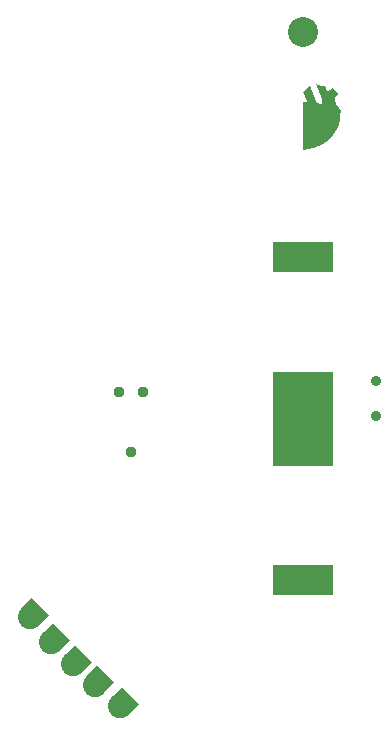
<source format=gbs>
G04 DipTrace 2.4.0.2*
%INpeace.gbs*%
%MOMM*%
%ADD48C,0.95*%
%ADD49C,0.9*%
%ADD50C,2.54*%
%ADD52C,2.05*%
%ADD57R,5.13X8.05*%
%ADD58R,5.13X2.65*%
%FSLAX53Y53*%
G04*
G71*
G90*
G75*
G01*
%LNBotMask*%
%LPD*%
D48*
X26616Y38297D3*
X25600Y43377D3*
X27632D3*
D58*
X41159Y27483D3*
Y54763D3*
D57*
Y41123D3*
D49*
X47290Y44321D3*
Y41321D3*
G36*
X25799Y18388D2*
X27248Y16938D1*
X26329Y16019D1*
X24879Y17468D1*
X25799Y18388D1*
G37*
D52*
X25622Y16761D3*
G36*
X23697Y20227D2*
X25146Y18777D1*
X24227Y17858D1*
X22778Y19308D1*
X23697Y20227D1*
G37*
D52*
X23520Y18601D3*
G36*
X22387Y19565D2*
X20938Y21015D1*
X21857Y21934D1*
X23307Y20485D1*
X22387Y19565D1*
G37*
D52*
X21680Y20308D3*
G36*
X19952Y23803D2*
X21401Y22353D1*
X20482Y21434D1*
X19033Y22884D1*
X19952Y23803D1*
G37*
D52*
X19775Y22177D3*
G36*
X18744Y23598D2*
X17295Y25047D1*
X18214Y25967D1*
X19664Y24517D1*
X18744Y23598D1*
G37*
D52*
X18037Y24340D3*
G36*
X41159Y63896D2*
X42109Y64041D1*
X42849Y64341D1*
X43319Y64721D1*
X43699Y65106D1*
X44014Y65666D1*
X44144Y65991D1*
X44244Y66471D1*
X44294Y66721D1*
X44319Y67136D1*
X44204Y67461D1*
X44014Y67651D1*
X43889Y67776D1*
X43824Y68096D1*
X43849Y68226D1*
X43924Y68476D1*
X44079Y68616D1*
X43669Y69111D1*
X43289Y68861D1*
X43199D1*
X43019Y69301D1*
X42744Y69276D1*
X42239Y69416D1*
X42769Y68151D1*
Y67991D1*
X42734Y67776D1*
X42619Y67726D1*
X42364Y67826D1*
X42049Y68406D1*
X41694Y69261D1*
X41439Y69136D1*
X41169Y68816D1*
X41539Y67866D1*
X41349Y67896D1*
X41159D1*
Y63896D1*
G37*
D50*
Y73861D3*
M02*

</source>
